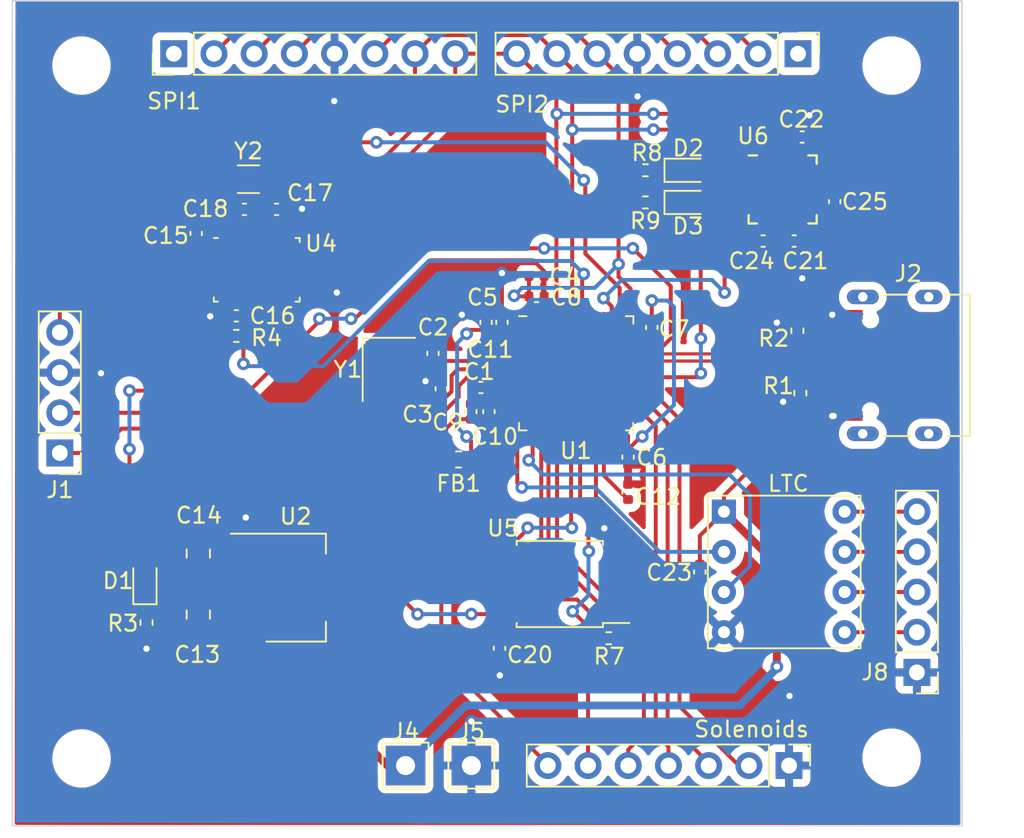
<source format=kicad_pcb>
(kicad_pcb (version 20221018) (generator pcbnew)
  (layers (0 "F.Cu" signal) (31 "B.Cu" signal) (34 "B.Paste" user) (35 "F.Paste" user) (36 "B.SilkS" user "B.Silkscreen") (37 "F.SilkS" user "F.Silkscreen") (38 "B.Mask" user) (39 "F.Mask" user) (44 "Edge.Cuts" user))
  (net 0 "")
  (net 1 "/NRST")
  (net 2 "GND")
  (net 3 "/OSC_IN")
  (net 4 "/OSC_OUT")
  (net 5 "+3.3V")
  (net 6 "+3.3VA")
  (net 7 "Net-(U1-VCAP1)")
  (net 8 "VBUS")
  (net 9 "/PWR_LED_K")
  (net 10 "/SWDIO")
  (net 11 "/SWCLK")
  (net 12 "/USB_D+")
  (net 13 "/USB_D-")
  (net 14 "Net-(U4-CAP)")
  (net 15 "Net-(U4-XOUT32)")
  (net 16 "Net-(U4-XIN32)")
  (net 17 "Net-(U6-REGOUT)")
  (net 18 "Net-(U6-CPOUT)")
  (net 19 "Net-(D2-K)")
  (net 20 "Net-(D3-K)")
  (net 21 "Net-(J2-CC1)")
  (net 22 "/SCLK")
  (net 23 "/CS_FLASH")
  (net 24 "/MISO")
  (net 25 "/LED_B")
  (net 26 "/LED_G")
  (net 27 "/S6")
  (net 28 "/S5")
  (net 29 "/S4")
  (net 30 "/S3")
  (net 31 "/S2")
  (net 34 "Net-(J2-CC2)")
  (net 35 "/CS1")
  (net 36 "/MOSI")
  (net 37 "/MOSI2")
  (net 38 "/MISO2")
  (net 39 "/S1")
  (net 40 "/BNO_NRST")
  (net 41 "/SDA")
  (net 42 "/SCL")
  (net 43 "/SCK")
  (net 44 "/CS2")
  (net 45 "Net-(J8-Pin_2)")
  (net 46 "Net-(J8-Pin_3)")
  (net 47 "Net-(J8-Pin_4)")
  (net 48 "Net-(J8-Pin_5)")
  (net 72 "Net-(U4-GNDIO-Pad15)")
  (net 73 "/RX")
  (net 74 "/TX")
  (net 81 "/CLKIN")
  (net 86 "/AUX_DA")
  (net 87 "/AUX_CL")
  (net 89 "/FSYNC")
  (net 90 "/INT")
  (footprint "TestPoint:TestPoint_THTPad_2.5x2.5mm_Drill1.2mm" (layer "F.Cu") (at 130.6 124)
    (fp_text reference "J5")
    (fp_text value "GND")
  )
  (footprint "Capacitor_SMD:C_0402_1005Metric" (layer "F.Cu") (at 128.7 100.18 90)
    (fp_text reference "C3")
    (fp_text value "10pF")
  )
  (footprint "Capacitor_SMD:C_0402_1005Metric" (layer "F.Cu") (at 149.0346 90.8442 180)
    (fp_text reference "C24")
    (fp_text value "0.1uF")
  )
  (footprint "Capacitor_SMD:C_0402_1005Metric" (layer "F.Cu") (at 115.7532 95.5687 180)
    (fp_text reference "C16")
    (fp_text value "100nF")
  )
  (footprint "LTC1690N8:LTC1690N8" (layer "F.Cu") (at 146.558 107.95)
    (fp_text reference "LTC")
    (fp_text value "LTC1690N8")
  )
  (footprint "TestPoint:TestPoint_THTPad_2.5x2.5mm_Drill1.2mm" (layer "F.Cu") (at 126.444 124)
    (fp_text reference "J4")
    (fp_text value "5V")
  )
  (footprint "LED_SMD:LED_0603_1608Metric" (layer "F.Cu") (at 144.2875 88.4)
    (fp_text reference "D3")
    (fp_text value "LED")
  )
  (footprint "Sensor_Motion:InvenSense_QFN-24_4x4mm_P0.5mm" (layer "F.Cu") (at 150.2664 87.5792)
    (fp_text reference "U6")
    (fp_text value "MPU-6050")
  )
  (footprint "Capacitor_SMD:C_0402_1005Metric" (layer "F.Cu") (at 113.2132 90.3617 -90)
    (fp_text reference "C15")
    (fp_text value "100nF")
  )
  (footprint "MountingHole:MountingHole_3.2mm_M3" (layer "F.Cu") (at 157.15 123.5)
    (fp_text reference "H4")
    (fp_text value "MountingHole")
  )
  (footprint "Capacitor_SMD:C_0402_1005Metric" (layer "F.Cu") (at 142 96.3 -90)
    (fp_text reference "C7")
    (fp_text value "100nF")
  )
  (footprint "USBC:HRO_TYPE-C-31-M-12" (layer "F.Cu") (at 159.5 98.7 90)
    (fp_text reference "J2")
    (fp_text value "TYPE-C-31-M-12")
    (fp_line (start -4.625 -3.62) (end -4.625 -4.72) (stroke (width 0.01)) (layer "Edge.Cuts"))
    (fp_line (start -4.625 0.4) (end -4.625 -0.4) (stroke (width 0.01)) (layer "Edge.Cuts"))
    (fp_line (start -4.025 -4.72) (end -4.025 -3.62) (stroke (width 0.01)) (layer "Edge.Cuts"))
    (fp_line (start -4.025 -0.4) (end -4.025 0.4) (stroke (width 0.01)) (layer "Edge.Cuts"))
    (fp_line (start 4.025 -3.62) (end 4.025 -4.72) (stroke (width 0.01)) (layer "Edge.Cuts"))
    (fp_line (start 4.025 0.4) (end 4.025 -0.4) (stroke (width 0.01)) (layer "Edge.Cuts"))
    (fp_line (start 4.625 -4.72) (end 4.625 -3.62) (stroke (width 0.01)) (layer "Edge.Cuts"))
    (fp_line (start 4.625 -0.4) (end 4.625 0.4) (stroke (width 0.01)) (layer "Edge.Cuts"))
    (fp_arc (start -4.625 -4.72) (mid -4.537132 -4.932132) (end -4.325 -5.02) (stroke (width 0.01)) (layer "Edge.Cuts"))
    (fp_arc (start -4.625 -0.4) (mid -4.537132 -0.612132) (end -4.325 -0.7) (stroke (width 0.01)) (layer "Edge.Cuts"))
    (fp_arc (start -4.325 -5.02) (mid -4.112868 -4.932132) (end -4.025 -4.72) (stroke (width 0.01)) (layer "Edge.Cuts"))
    (fp_arc (start -4.325 -3.32) (mid -4.537132 -3.407868) (end -4.625 -3.62) (stroke (width 0.01)) (layer "Edge.Cuts"))
    (fp_arc (start -4.325 -0.7) (mid -4.112868 -0.612132) (end -4.025 -0.4) (stroke (width 0.01)) (layer "Edge.Cuts"))
    (fp_arc (start -4.325 0.7) (mid -4.537132 0.612132) (end -4.625 0.4) (stroke (width 0.01)) (layer "Edge.Cuts"))
    (fp_arc (start -4.025 -3.62) (mid -4.112868 -3.407868) (end -4.325 -3.32) (stroke (width 0.01)) (layer "Edge.Cuts"))
    (fp_arc (start -4.025 0.4) (mid -4.112868 0.612132) (end -4.325 0.7) (stroke (width 0.01)) (layer "Edge.Cuts"))
    (fp_arc (start 4.025 -4.72) (mid 4.112868 -4.932132) (end 4.325 -5.02) (stroke (width 0.01)) (layer "Edge.Cuts"))
    (fp_arc (start 4.025 -0.4) (mid 4.112868 -0.612132) (end 4.325 -0.7) (stroke (width 0.01)) (layer "Edge.Cuts"))
    (fp_arc (start 4.325 -5.02) (mid 4.537132 -4.932132) (end 4.625 -4.72) (stroke (width 0.01)) (layer "Edge.Cuts"))
    (fp_arc (start 4.325 -3.32) (mid 4.112868 -3.407868) (end 4.025 -3.62) (stroke (width 0.01)) (layer "Edge.Cuts"))
    (fp_arc (start 4.325 -0.7) (mid 4.537132 -0.612132) (end 4.625 -0.4) (stroke (width 0.01)) (layer "Edge.Cuts"))
    (fp_arc (start 4.325 0.7) (mid 4.112868 0.612132) (end 4.025 0.4) (stroke (width 0.01)) (layer "Edge.Cuts"))
    (fp_arc (start 4.625 -3.62) (mid 4.537132 -3.407868) (end 4.325 -3.32) (stroke (width 0.01)) (layer "Edge.Cuts"))
    (fp_arc (start 4.625 0.4) (mid 4.537132 0.612132) (end 4.325 0.7) (stroke (width 0.01)) (layer "Edge.Cuts"))
  )
  (footprint "Crystal:Crystal_SMD_3225-4Pin_3.2x2.5mm" (layer "F.Cu") (at 125.3828 98.9588 -90)
    (fp_text reference "Y1")
    (fp_text value "16MHz")
  )
  (footprint "Capacitor_SMD:C_0402_1005Metric" (layer "F.Cu") (at 116.2612 88.8377)
    (fp_text reference "C18")
    (fp_text value "22pF")
  )
  (footprint "Connector_PinHeader_2.54mm:PinHeader_1x04_P2.54mm_Vertical" (layer "F.Cu") (at 104.6 104.24 180)
    (fp_text reference "J1")
    (fp_text value "SWD")
  )
  (footprint "Resistor_SMD:R_0402_1005Metric" (layer "F.Cu") (at 151.2 96.51 -90)
    (fp_text reference "R2")
    (fp_text value "5.11k")
  )
  (footprint "Capacitor_SMD:C_0402_1005Metric" (layer "F.Cu") (at 145.034 111.76 -90)
    (fp_text reference "C23")
    (fp_text value "100nF")
  )
  (footprint "Package_SO:SOIC-8_5.23x5.23mm_P1.27mm" (layer "F.Cu") (at 136.188 112.522 180)
    (fp_text reference "U5")
    (fp_text value "W25Q32JVSS")
  )
  (footprint "Capacitor_SMD:C_0402_1005Metric" (layer "F.Cu") (at 134.719 94.3412)
    (fp_text reference "C8")
    (fp_text value "100nF")
  )
  (footprint "Resistor_SMD:R_0402_1005Metric" (layer "F.Cu") (at 151.384 100.457 90)
    (fp_text reference "R1")
    (fp_text value "5.11k")
  )
  (footprint "Capacitor_SMD:C_0805_2012Metric" (layer "F.Cu") (at 113.35 114.45 90)
    (fp_text reference "C13")
    (fp_text value "22uF")
  )
  (footprint "Connector_PinHeader_2.54mm:PinHeader_1x05_P2.54mm_Vertical" (layer "F.Cu") (at 158.75 118.11 180)
    (fp_text reference "J8")
    (fp_text value "Conn_01x05_Male")
  )
  (footprint "Resistor_SMD:R_0402_1005Metric" (layer "F.Cu") (at 141.5975 88.4 180)
    (fp_text reference "R9")
    (fp_text value "1k")
  )
  (footprint "Capacitor_SMD:C_0402_1005Metric" (layer "F.Cu") (at 153.5558 88.355 -90)
    (fp_text reference "C25")
    (fp_text value "10nF")
  )
  (footprint "Resistor_SMD:R_0402_1005Metric" (layer "F.Cu") (at 115.7532 96.8387)
    (fp_text reference "R4")
    (fp_text value "10k")
  )
  (footprint "Connector_PinHeader_2.54mm:PinHeader_1x07_P2.54mm_Vertical" (layer "F.Cu") (at 150.6728 124 -90)
    (fp_text reference "Solenoids")
    (fp_text value "Solenoids")
  )
  (footprint "Capacitor_SMD:C_0402_1005Metric" (layer "F.Cu") (at 132.378 116.586 -90)
    (fp_text reference "C20")
    (fp_text value "100nF")
  )
  (footprint "Package_DFN_QFN:QFN-48-1EP_7x7mm_P0.5mm_EP5.6x5.6mm" (layer "F.Cu") (at 137.222 99.2012)
    (fp_text reference "U1")
    (fp_text value "STM32F401CCU6")
  )
  (footprint "Crystal:Crystal_SMD_3215-2Pin_3.2x1.5mm" (layer "F.Cu") (at 116.5152 86.9327 180)
    (fp_text reference "Y2")
    (fp_text value "32.768Mhz")
  )
  (footprint "Package_TO_SOT_SMD:SOT-223-3_TabPin2" (layer "F.Cu") (at 119.5 112.75)
    (fp_text reference "U2")
    (fp_text value "AMS1117-3.3")
  )
  (footprint "Capacitor_SMD:C_0805_2012Metric" (layer "F.Cu") (at 113.35 110.6 90)
    (fp_text reference "C14")
    (fp_text value "22uF")
  )
  (footprint "Capacitor_SMD:C_0402_1005Metric" (layer "F.Cu") (at 150.9904 90.8442)
    (fp_text reference "C21")
    (fp_text value "0.1uF")
  )
  (footprint "Capacitor_SMD:C_0402_1005Metric" (layer "F.Cu") (at 131.532 95.9792 90)
    (fp_text reference "C5")
    (fp_text value "100nF")
  )
  (footprint "Resistor_SMD:R_0402_1005Metric" (layer "F.Cu") (at 110.077 114.9598 -90)
    (fp_text reference "R3")
    (fp_text value "1k")
  )
  (footprint "Resistor_SMD:R_0402_1005Metric" (layer "F.Cu") (at 141.5975 86.368 180)
    (fp_text reference "R8")
    (fp_text value "1k")
  )
  (footprint "Capacitor_SMD:C_0402_1005Metric" (layer "F.Cu") (at 118.2932 88.8377)
    (fp_text reference "C17")
    (fp_text value "22pF")
  )
  (footprint "Capacitor_SMD:C_0402_1005Metric" (layer "F.Cu") (at 131.2 100.1 180)
    (fp_text reference "C1")
    (fp_text value "100nF")
  )
  (footprint "Capacitor_SMD:C_0402_1005Metric" (layer "F.Cu") (at 134.719 93.0582)
    (fp_text reference "C4")
    (fp_text value "10uF")
  )
  (footprint "Capacitor_SMD:C_0402_1005Metric" (layer "F.Cu") (at 140.5 104.5 -90)
    (fp_text reference "C6")
    (fp_text value "100nF")
  )
  (footprint "Capacitor_SMD:C_0402_1005Metric" (layer "F.Cu") (at 128.1768 97.9428 90)
    (fp_text reference "C2")
    (fp_text value "10pF")
  )
  (footprint "Capacitor_SMD:C_0402_1005Metric" (layer "F.Cu") (at 131.708 101.624 90)
    (fp_text reference "C10" hide)
    (fp_text value "1uF")
  )
  (footprint "MountingHole:MountingHole_3.2mm_M3" (layer "F.Cu") (at 105.97 79.75)
    (fp_text reference "H1")
    (fp_text value "MountingHole")
  )
  (footprint "LED_SMD:LED_0603_1608Metric" (layer "F.Cu") (at 109.9754 112.3182 90)
    (fp_text reference "D1")
    (fp_text value "LED")
  )
  (footprint "Capacitor_SMD:C_0402_1005Metric" (layer "F.Cu") (at 151.4984 84.2656)
    (fp_text reference "C22")
    (fp_text value "2.2nF")
  )
  (footprint "Package_LGA:LGA-28_5.2x3.8mm_P0.5mm" (layer "F.Cu") (at 117.0432 92.6592)
    (fp_text reference "U4")
    (fp_text value "BNO055")
  )
  (footprint "Capacitor_SMD:C_0402_1005Metric" (layer "F.Cu") (at 140.5 106.7 90)
    (fp_text reference "C12")
    (fp_text value "2.2uF")
  )
  (footprint "Connector_PinHeader_2.54mm:PinHeader_1x08_P2.54mm_Vertical" (layer "F.Cu") (at 151.2384 79 -90)
    (fp_text reference "SPI2")
    (fp_text value "SPI")
  )
  (footprint "MountingHole:MountingHole_3.2mm_M3" (layer "F.Cu") (at 157.15 79.75)
    (fp_text reference "H2")
    (fp_text value "MountingHole")
  )
  (footprint "LED_SMD:LED_0603_1608Metric" (layer "F.Cu") (at 144.2875 86.368)
    (fp_text reference "D2")
    (fp_text value "LED")
  )
  (footprint "Connector_PinHeader_2.54mm:PinHeader_1x08_P2.54mm_Vertical" (layer "F.Cu") (at 111.8 79 90)
    (fp_text reference "SPI1")
    (fp_text value "SPI")
  )
  (footprint "Capacitor_SMD:C_0402_1005Metric" (layer "F.Cu") (at 130.565 101.624 90)
    (fp_text reference "C9")
    (fp_text value "10nF")
  )
  (footprint "MountingHole:MountingHole_3.2mm_M3" (layer "F.Cu") (at 105.975 123.55)
    (fp_text reference "H3")
    (fp_text value "MountingHole")
  )
  (footprint "Resistor_SMD:R_0402_1005Metric" (layer "F.Cu") (at 139.28 115.951)
    (fp_text reference "R7")
    (fp_text value "10k")
  )
  (footprint "Capacitor_SMD:C_0402_1005Metric" (layer "F.Cu") (at 132.532 95.9792 90)
    (fp_text reference "C11")
    (fp_text value "1uF")
  )
  (footprint "Inductor_SMD:L_0603_1608Metric" (layer "F.Cu") (at 129.794 104.648)
    (fp_text reference "FB1")
    (fp_text value "120R")
  )
  (gr_rect (start 101.6 75.658) (end 161.6 127.8) (stroke (width 0.1)) (fill none) (layer "Edge.Cuts"))
  (gr_text "C10" (at 132.1 103.2) (layer "F.SilkS") (effects (font (size 1 1))))
  (segment (start 129.8 100.7) (end 129.8 100) (width 0.25) (layer "F.Cu") (net 1))
  (segment (start 106.96 104.24) (end 108.5 102.7) (width 0.25) (layer "F.Cu") (net 1))
  (segment (start 104.6 104.24) (end 106.96 104.24) (width 0.25) (layer "F.Cu") (net 1))
  (segment (start 130.3488 99.4512) (end 133.7845 99.4512) (width 0.25) (layer "F.Cu") (net 1))
  (segment (start 127.8 102.7) (end 129.8 100.7) (width 0.25) (layer "F.Cu") (net 1))
  (segment (start 132.3288 99.4512) (end 133.7845 99.4512) (width 0.25) (layer "F.Cu") (net 1))
  (segment (start 108.5 102.7) (end 127.8 102.7) (width 0.25) (layer "F.Cu") (net 1))
  (segment (start 129.8 100) (end 130.3488 99.4512) (width 0.25) (layer "F.Cu") (net 1))
  (segment (start 131.68 100.1) (end 132.3288 99.4512) (width 0.25) (layer "F.Cu") (net 1))
  (segment (start 121.9384 81.99) (end 121.8384 81.99) (width 0.25) (layer "F.Cu") (net 2))
  (segment (start 135.199 93.0582) (end 135.199 92.748201) (width 0.25) (layer "F.Cu") (net 2))
  (segment (start 151.2 96) (end 149.9 96) (width 0.25) (layer "F.Cu") (net 2))
  (segment (start 132.45 118.25) (end 132.5 118.25) (width 0.25) (layer "F.Cu") (net 2))
  (segment (start 113.2132 90.8417) (end 113.2132 91.2132) (width 0.25) (layer "F.Cu") (net 2))
  (segment (start 140.5 104.98) (end 140.145 104.625) (width 0.25) (layer "F.Cu") (net 2))
  (segment (start 107.36 99.16) (end 107.4 99.2) (width 0.25) (layer "F.Cu") (net 2))
  (segment (start 140.5 106.22) (end 140.5 104.98) (width 0.25) (layer "F.Cu") (net 2))
  (segment (start 145.034 112.24) (end 145.034 114.046) (width 0.25) (layer "F.Cu") (net 2))
  (segment (start 152.2476 118.11) (end 150.7576 119.6) (width 0.25) (layer "F.Cu") (net 2))
  (segment (start 135.199 94.3412) (end 135.199 93.0582) (width 0.25) (layer "F.Cu") (net 2))
  (segment (start 116.35 108.318) (end 116.35 110.45) (width 0.25) (layer "F.Cu") (net 2))
  (segment (start 137.222 99.2012) (end 137.92226 99.2012) (width 0.25) (layer "F.Cu") (net 2))
  (segment (start 121.96 81.9684) (end 121.9384 81.99) (width 0.25) (layer "F.Cu") (net 2))
  (segment (start 137.92226 99.2012) (end 140.17226 96.9512) (width 0.25) (layer "F.Cu") (net 2))
  (segment (start 122.1 97.626) (end 122.1 94.1) (width 0.25) (layer "F.Cu") (net 2))
  (segment (start 132.532 92.868) (end 132.532 95.4992) (width 0.25) (layer "F.Cu") (net 2))
  (segment (start 150.7576 119.6) (end 150.7 119.6) (width 0.25) (layer "F.Cu") (net 2))
  (segment (start 151.5 93.2) (end 151.4704 93) (width 0.25) (layer "F.Cu") (net 2))
  (segment (start 148.5546 94.6546) (end 149.9 96) (width 0.25) (layer "F.Cu") (net 2))
  (segment (start 126.2328 97.8588) (end 126.2328 97.7672) (width 0.25) (layer "F.Cu") (net 2))
  (segment (start 119.8623 88.8377) (end 119.9 88.8) (width 0.25) (layer "F.Cu") (net 2))
  (segment (start 104.6 99.16) (end 107.16 99.16) (width 0.25) (layer "F.Cu") (net 2))
  (segment (start 137.222 99.2012) (end 137.222 99.90146) (width 0.25) (layer "F.Cu") (net 2))
  (segment (start 121.9384 81.89) (end 121.9384 81.99) (width 0.25) (layer "F.Cu") (net 2))
  (segment (start 118.8 85.55) (end 118.8 88.8109) (width 0.25) (layer "F.Cu") (net 2))
  (segment (start 151.384 100.967) (end 150.533 100.967) (width 0.25) (layer "F.Cu") (net 2))
  (segment (start 118.45 85.2) (end 118.8 85.55) (width 0.25) (layer "F.Cu") (net 2))
  (segment (start 135.199 95.04946) (end 134.972 95.27646) (width 0.25) (layer "F.Cu") (net 2))
  (segment (start 151.9556 82.894) (end 151.9784 82.8712) (width 0.25) (layer "F.Cu") (net 2))
  (segment (start 141.0875 81.7125) (end 141.0875 86.368) (width 0.25) (layer "F.Cu") (net 2))
  (segment (start 130.6 121.204164) (end 130.6 124) (width 0.5) (layer "F.Cu") (net 2))
  (segment (start 141.8288 96.9512) (end 140.6595 96.9512) (width 0.25) (layer "F.Cu") (net 2))
  (segment (start 133.15 92.25) (end 132.532 92.868) (width 0.25) (layer "F.Cu") (net 2))
  (segment (start 151.9784 82.8712) (end 151.9784 82.866) (width 0.25) (layer "F.Cu") (net 2))
  (segment (start 135.199 94.3412) (end 135.199 95.04946) (width 0.25) (layer "F.Cu") (net 2))
  (segment (start 124.5328 100.0588) (end 122.1 97.626) (width 0.25) (layer "F.Cu") (net 2))
  (segment (start 145.034 114.046) (end 146.558 115.57) (width 0.25) (layer "F.Cu") (net 2))
  (segment (start 130.565 101.144) (end 131.708 101.144) (width 0.25) (layer "F.Cu") (net 2))
  (segment (start 150.7 119.6) (end 150.6728 119.6272) (width 0.25) (layer "F.Cu") (net 2))
  (segment (start 136.472 99.9512) (end 133.7845 99.9512) (width 0.25) (layer "F.Cu") (net 2))
  (segment (start 137.222 99.90146) (end 139.472 102.15146) (width 0.25) (layer "F.Cu") (net 2))
  (segment (start 132.4 118.3) (end 132.45 118.25) (width 0.25) (layer "F.Cu") (net 2))
  (segment (start 150.6728 119.6848) (end 146.558 115.57) (width 0.25) (layer "F.Cu") (net 2))
  (segment (start 116.7412 88.8377) (end 116.7412 85.9067) (width 0.25) (layer "F.Cu") (net 2))
  (segment (start 154.75 101.9) (end 153.4 101.9) (width 0.25) (layer "F.Cu") (net 2))
  (segment (start 154.75 95.5) (end 153.4 95.5) (width 0.25) (layer "F.Cu") (net 2))
  (segment (start 148.5546 90.8442) (end 148.5546 94.6546) (width 0.25) (layer "F.Cu") (net 2))
  (segment (start 150.7 119.6) (end 150.7 119.6576) (width 0.25) (layer "F.Cu") (net 2))
  (segment (start 151.9784 84.2656) (end 152.2164 84.5036) (width 0.25) (layer "F.Cu") (net 2))
  (segment (start 134.972 95.27646) (end 134.972 95.7637) (width 0.25) (layer "F.Cu") (net 2))
  (segment (start 115.2732 95.5687) (end 114.1313 95.5687) (width 0.25) (layer "F.Cu") (net 2))
  (segment (start 111.3802 115.4698) (end 113.35 113.5) (width 0.25) (layer "F.Cu") (net 2))
  (segment (start 132.4 118.15) (end 132.378 118.128) (width 0.25) (layer "F.Cu") (net 2))
  (segment (start 126.2328 97.7672) (end 126.5372 97.4628) (width 0.25) (layer "F.Cu") (net 2))
  (segment (start 118.8 88.8109) (end 118.7732 88.8377) (width 0.25) (layer "F.Cu") (net 2))
  (segment (start 134.700799 92.25) (end 133.15 92.25) (width 0.25) (layer "F.Cu") (net 2))
  (segment (start 107.16 99.16) (end 107.2 99.2) (width 0.25) (layer "F.Cu") (net 2))
  (segment (start 153.5558 87.175836) (end 152.709164 86.3292) (width 0.25) (layer "F.Cu") (net 2))
  (segment (start 141.1 81.7) (end 141.0875 81.7125) (width 0.25) (layer "F.Cu") (net 2))
  (segment (start 128.7 99.7) (end 127.7 99.7) (width 0.25) (layer "F.Cu") (net 2))
  (segment (start 130.1404 95.4992) (end 131.532 95.4992) (width 0.25) (layer "F.Cu") (net 2))
  (segment (start 132.8488 99.9512) (end 133.7845 99.9512) (width 0.25) (layer "F.Cu") (net 2))
  (segment (start 135.199 92.748201) (end 134.700799 92.25) (width 0.25) (layer "F.Cu") (net 2))
  (segment (start 137.222 99.2012) (end 134.972 96.9512) (width 0.25) (layer "F.Cu") (net 2))
  (segment (start 114.1313 95.5687) (end 114.1 95.6) (width 0.25) (layer "F.Cu") (net 2))
  (segment (start 139.788 110.617) (end 139 109.829) (width 0.25) (layer "F.Cu") (net 2))
  (segment (start 132.378 118.128) (end 132.378 117.066) (width 0.25) (layer "F.Cu") (net 2))
  (segment (start 151.9784 82.9168) (end 151.9556 82.894) (width 0.25) (layer "F.Cu") (net 2))
  (segment (start 110.077 115.4698) (end 111.3802 115.4698) (width 0.25) (layer "F.Cu") (net 2))
  (segment (start 130.1396 95.5) (end 130.1404 95.4992) (width 0.25) (layer "F.Cu") (net 2))
  (segment (start 113.9092 91.9092) (end 114.6557 91.9092) (width 0.25) (layer "F.Cu") (net 2))
  (segment (start 139 109) (end 139 109.25) (width 0.25) (layer "F.Cu") (net 2))
  (segment (start 107.2 99.2) (end 107.24 99.16) (width 0.25) (layer "F.Cu") (net 2))
  (segment (start 114.0626 95.6) (end 114.1 95.6) (width 0.25) (layer "F.Cu") (net 2))
  (segment (start 139 109.829) (end 139 109) (width 0.25) (layer "F.Cu") (net 2))
  (segment (start 113.35 109.65) (end 115.55 109.65) (width 0.25) (layer "F.Cu") (net 2))
  (segment (start 140.17226 96.9512) (end 140.6595 96.9512) (width 0.25) (layer "F.Cu") (net 2))
  (segment (start 153.4 101.9) (end 153.5 101.9) (width 0.25) (layer "F.Cu") (net 2))
  (segment (start 121.96 79) (end 121.96 81.9684) (width 0.25) (layer "F.Cu") (net 2))
  (segment (start 117.4479 85.2) (end 118.45 85.2) (width 0.25) (layer "F.Cu") (net 2))
  (segment (start 122.1 94.1) (end 122.1 93.8) (width 0.25) (layer "F.Cu") (net 2))
  (segment (start 114.0313 95.5687) (end 114.0626 95.6) (width 0.25) (layer "F.Cu") (net 2))
  (segment (start 118.7732 88.8377) (end 119.8623 88.8377) (width 0.25) (layer "F.Cu") (net 2))
  (segment (start 153.865799 87.875) (end 153.5558 87.875) (width 0.25) (layer "F.Cu") (net 2))
  (segment (start 126.5372 97.4628) (end 128.1768 97.4628) (width 0.25) (layer "F.Cu") (net 2))
  (segment (start 132.532 95.4992) (end 131.532 95.4992) (width 0.25) (layer "F.Cu") (net 2))
  (segment (start 134.972 96.9512) (end 134.972 95.7637) (width 0.25) (layer "F.Cu") (net 2))
  (segment (start 110.077 115.4698) (end 110.077 116.6108) (width 0.25) (layer "F.Cu") (net 2))
  (segment (start 151.4704 90.8442) (end 151.5 93.2) (width 0.25) (layer "F.Cu") (net 2))
  (segment (start 132.378 117.066) (end 132.316 117.066) (width 0.25) (layer "F.Cu") (net 2))
  (segment (start 151.9784 84.2656) (end 151.9784 82.9168) (width 0.25) (layer "F.Cu") (net 2))
  (segment (start 119.4307 92.9092) (end 119.4307 92.4092) (width 0.25) (layer "F.Cu") (net 2))
  (segment (start 113.2132 91.2132) (end 113.9092 91.9092) (width 0.25) (layer "F.Cu") (net 2))
  (segment (start 132.4 118.3) (end 132.4 118.15) (width 0.25) (layer "F.Cu") (net 2))
  (segment (start 121.8384 81.99) (end 121.9384 81.89) (width 0.25) (layer "F.Cu") (net 2))
  (segment (start 150.6728 119.6272) (end 150.6728 124) (width 0.25) (layer "F.Cu") (net 2))
  (segment (start 150.533 100.967) (end 150.3 101) (width 0.25) (layer "F.Cu") (net 2))
  (segment (start 137.222 99.2012) (end 136.472 99.9512) (width 0.25) (layer "F.Cu") (net 2))
  (segment (start 140.13351 104.625) (end 139.472 103.96349) (width 0.25) (layer "F.Cu") (net 2))
  (segment (start 150.7 119.6576) (end 150.6728 119.6848) (width 0.25) (layer "F.Cu") (net 2))
  (segment (start 116.7412 85.9067) (end 117.4479 85.2) (width 0.25) (layer "F.Cu") (net 2))
  (segment (start 153.5558 87.875) (end 153.5558 87.175836) (width 0.25) (layer "F.Cu") (net 2))
  (segment (start 139.472 102.15146) (end 139.472 102.6387) (width 0.25) (layer "F.Cu") (net 2))
  (segment (start 107.24 99.16) (end 107.36 99.16) (width 0.25) (layer "F.Cu") (net 2))
  (segment (start 130 95.5) (end 130.1396 95.5) (width 0.25) (layer "F.Cu") (net 2))
  (segment (start 141.1 81.7) (end 141.0784 81.6784) (width 0.25) (layer "F.Cu") (net 2))
  (segment (start 150.3 101) (end 150.5 101) (width 0.25) (layer "F.Cu") (net 2))
  (segment (start 122.1 93.8) (end 120.7092 92.4092) (width 0.25) (layer "F.Cu") (net 2))
  (segment (start 130.72 100.1) (end 130.72 100.989) (width 0.25) (layer "F.Cu") (net 2))
  (segment (start 130 95.6396) (end 130 95.5) (width 0.25) (layer "F.Cu") (net 2))
  (segment (start 131.708 101.092) (end 132.8488 99.9512) (width 0.25) (layer "F.Cu") (net 2))
  (segment (start 152.2164 84.5036) (end 152.2164 86.3292) (width 0.25) (layer "F.Cu") (net 2))
  (segment (start 120.7092 92.4092) (end 119.4307 92.4092) (width 0.25) (layer "F.Cu") (net 2))
  (segment (start 158.75 118.11) (end 152.2476 118.11) (width 0.25) (layer "F.Cu") (net 2))
  (segment (start 152.709164 86.3292) (end 152.2164 86.3292) (width 0.25) (layer "F.Cu") (net 2))
  (segment (start 139.472 103.96349) (end 139.472 102.6387) (width 0.25) (layer "F.Cu") (net 2))
  (segment (start 141.0875 88.4) (end 141.0875 86.368) (width 0.25) (layer "F.Cu") (net 2))
  (segment (start 140.145 104.625) (end 140.13351 104.625) (width 0.25) (layer "F.Cu") (net 2))
  (segment (start 142 96.78) (end 141.8288 96.9512) (width 0.25) (layer "F.Cu") (net 2))
  (segment (start 115.55 109.65) (end 116.35 110.45) (width 0.25) (layer "F.Cu") (net 2))
  (segment (start 141.0784 81.6784) (end 141.0784 79) (width 0.25) (layer "F.Cu") (net 2))
  (segment (start 128.1768 97.4628) (end 130 95.6396) (width 0.25) (layer "F.Cu") (net 2))
  (segment (start 131.708 101.144) (end 131.708 101.092) (width 0.25) (layer "F.Cu") (net 2))
  (via (at 132.532 92.868) (size 0.8) (drill 0.4) (layers "F.Cu" "B.Cu") (net 2))
  (via (at 141.1 81.7) (size 0.8) (drill 0.4) (layers "F.Cu" "B.Cu") (net 2))
  (via (at 130.6 121.204164) (size 0.8) (drill 0.4) (layers "F.Cu" "B.Cu") (net 2))
  (via (at 119.9 88.8) (size 0.8) (drill 0.4) (layers "F.Cu" "B.Cu") (net 2))
  (via (at 107.2 99.2) (size 0.8) (drill 0.4) (layers "F.Cu" "B.Cu") (net 2))
  (via (at 122.1 94.1) (size 0.8) (drill 0.4) (layers "F.Cu" "B.Cu") (net 2))
  (via (at 130 95.5) (size 0.8) (drill 0.4) (layers "F.Cu" "B.Cu") (net 2))
  (via (at 149.9 96) (size 0.8) (drill 0.4) (layers "F.Cu" "B.Cu") (net 2))
  (via (at 121.9384 81.99) (size 0.8) (drill 0.4) (layers "F.Cu" "B.Cu") (net 2))
  (via (at 150.3 101) (size 0.8) (drill 0.4) (layers "F.Cu" "B.Cu") (net 2))
  (via (at 110.077 116.6108) (size 0.8) (drill 0.4) (layers "F.Cu" "B.Cu") (net 2))
  (via (at 151.9556 82.894) (size 0.8) (drill 0.4) (layers "F.Cu" "B.Cu") (net 2))
  (via (at 153.4 95.5) (size 0.8) (drill 0.4) (layers "F.Cu" "B.Cu") (net 2))
  (via (at 153.4 101.9) (size 0.8) (drill 0.4) (layers "F.Cu" "B.Cu") (net 2))
  (via (at 127.7 99.7) (size 0.8) (drill 0.4) (layers "F.Cu" "B.Cu") (net 2))
  (via (at 139 109) (size 0.8) (drill 0.4) (layers "F.Cu" "B.Cu") (net 2))
  (via (at 114.1 95.6) (size 0.8) (drill 0.4) (layers "F.Cu" "B.Cu") (net 2))
  (via (at 150.7 119.6) (size 0.8) (drill 0.4) (layers "F.Cu" "B.Cu") (net 2))
  (via (at 132.4 118.3) (size 0.8) (drill 0.4) (layers "F.Cu" "B.Cu") (net 2))
  (via (at 151.5 93.2) (size 0.8) (drill 0.4) (layers "F.Cu" "B.Cu") (net 2))
  (via (at 116.35 108.318) (size 0.8) (drill 0.4) (layers "F.Cu" "B.Cu") (net 2))
  (segment (start 124.5328 97.8588) (end 124.5328 98.1088) (width 0.25) (layer "F.Cu") (net 3))
  (segment (start 124.5328 98.1088) (end 125.3828 98.9588) (width 0.25) (layer "F.Cu") (net 3))
  (segment (start 125.3828 98.9588) (end 127.6408 98.9588) (width 0.25) (layer "F.Cu") (net 3))
  (segment (start 133.7561 98.4228) (end 133.7845 98.4512) (width 0.25) (layer "F.Cu") (net 3))
  (segment (start 128.1768 98.4228) (end 133.7561 98.4228) (width 0.25) (layer "F.Cu") (net 3))
  (segment (start 127.6408 98.9588) (end 128.1768 98.4228) (width 0.25) (layer "F.Cu") (net 3))
  (segment (start 129.74229 98.9512) (end 133.7845 98.9512) (width 0.25) (layer "F.Cu") (net 4))
  (segment (start 128.7 100.66) (end 129.04 100.66) (width 0.25) (layer "F.Cu") (net 4))
  (segment (start 128.7 100.66) (end 126.834 100.66) (width 0.25) (layer "F.Cu") (net 4))
  (segment (start 129.35 99.34349) (end 129.74229 98.9512) (width 0.25) (layer "F.Cu") (net 4))
  (segment (start 129.35 100.35) (end 129.35 99.34349) (width 0.25) (layer "F.Cu") (net 4))
  (segment (start 129.04 100.66) (end 129.35 100.35) (width 0.25) (layer "F.Cu") (net 4))
  (segment (start 126.834 100.66) (end 126.2328 100.0588) (width 0.25) (layer "F.Cu") (net 4))
  (segment (start 139.968 102.6427) (end 139.972 102.6387) (width 0.25) (layer "F.Cu") (net 5))
  (segment (start 133.387999 114.427) (end 132.588 114.427) (width 0.25) (layer "F.Cu") (net 5))
  (segment (start 134.314999 113.5) (end 133.387999 114.427) (width 0.25) (layer "F.Cu") (net 5))
  (segment (start 130.3 103.2) (end 130.5815 103.4815) (width 0.25) (layer "F.Cu") (net 5))
  (segment (start 113 94.0039) (end 113 96.2) (width 0.25) (layer "F.Cu") (net 5))
  (segment (start 136.9134 77.375) (end 126.125 77.375) (width 0.25) (layer "F.Cu") (net 5))
  (segment (start 140.6595 96.1) (end 140.9395 95.82) (width 0.25) (layer "F.Cu") (net 5))
  (segment (start 139.9 92.3) (end 139.9 93.1) (width 0.25) (layer "F.Cu") (net 5))
  (segment (start 138.5384 79) (end 139.9 80.3616) (width 0.25) (layer "F.Cu") (net 5))
  (segment (start 127.2 114.427) (end 127.127 114.427) (width 0.25) (layer "F.Cu") (net 5))
  (segment (start 109 109) (end 109.9754 109.9754) (width 0.25) (layer "F.Cu") (net 5))
  (segment (start 115.2932 90.9967) (end 115.3182 91.0217) (width 0.25) (layer "F.Cu") (net 5))
  (segment (start 134.239 94.3412) (end 134.239 95.5307) (width 0.25) (layer "F.Cu") (net 5))
  (segment (start 131.532 96.4592) (end 132.532 96.4592) (width 0.25) (layer "F.Cu") (net 5))
  (segment (start 122.65 112.75) (end 116.35 112.75) (width 0.25) (layer "F.Cu") (net 5))
  (segment (start 113.2132 89.8817) (end 114.7927 89.8817) (width 0.25) (layer "F.Cu") (net 5))
  (segment (start 114.55 112.75) (end 113.35 111.55) (width 0.25) (layer "F.Cu") (net 5))
  (segment (start 133.7845 96.4512) (end 134.472 95.7637) (width 0.25) (layer "F.Cu") (net 5))
  (segment (start 140.9395 95.82) (end 142 95.82) (width 0.25) (layer "F.Cu") (net 5))
  (segment (start 109 104) (end 109 109) (width 0.25) (layer "F.Cu") (net 5))
  (segment (start 133.7765 96.4592) (end 133.7845 96.4512) (width 0.25) (layer "F.Cu") (net 5))
  (segment (start 133.3412 94.3412) (end 134.239 94.3412) (width 0.25) (layer "F.Cu") (net 5))
  (segment (start 130.5408 96.4592) (end 130.3 96.7) (width 0.25) (layer "F.Cu") (net 5))
  (segment (start 115.3182 91.0217) (end 115.3182 92.3612) (width 0.25) (layer "F.Cu") (net 5))
  (segment (start 115.3182 92.3612) (end 115.2702 92.4092) (width 0.25) (layer "F.Cu") (net 5))
  (segment (start 130.6 114.427) (end 132.588 114.427) (width 0.25) (layer "F.Cu") (net 5))
  (segment (start 138.5384 79) (end 136.9134 77.375) (width 0.25) (layer "F.Cu") (net 5))
  (segment (start 126.125 77.375) (end 124.5 79) (width 0.25) (layer "F.Cu") (net 5))
  (segment (start 110.1774 100.3) (end 109 100.3) (width 0.25) (layer "F.Cu") (net 5))
  (segment (start 116.35 112.75) (end 114.55 112.75) (width 0.25) (layer "F.Cu") (net 5))
  (segment (start 113 96.2) (end 113.6387 96.8387) (width 0.25) (layer "F.Cu") (net 5))
  (segment (start 115.2932 90.3822) (end 115.2932 90.9967) (width 0.25) (layer "F.Cu") (net 5))
  (segment (start 139.9 93.1) (end 140.6595 93.8595) (width 0.25) (layer "F.Cu") (net 5))
  (segment (start 125.523 112.75) (end 127.2 114.427) (width 0.25) (layer "F.Cu") (net 5))
  (segment (start 140.5 103.1667) (end 139.972 102.6387) (width 0.25) (layer "F.Cu") (net 5))
  (segment (start 139.9 80.3616) (end 139.9 92.3) (width 0.25) (layer "F.Cu") (net 5))
  (segment (start 142 95.82) (end 142 94.6) (width 0.25) (layer "F.Cu") (net 5))
  (segment (start 114.0947 92.9092) (end 113 94.0039) (width 0.25) (layer "F.Cu") (net 5))
  (segment (start 109.9754 111.5307) (end 113.3307 111.5307) (width 0.25) (layer "F.Cu") (net 5))
  (segment (start 115.2702 92.4092) (end 114.6557 92.4092) (width 0.25) (layer "F.Cu") (net 5))
  (segment (start 138.77 115.951) (end 138.77 114.994695) (width 0.25) (layer "F.Cu") (net 5))
  (segment (start 131.532 96.4592) (end 130.5408 96.4592) (width 0.25) (layer "F.Cu") (net 5))
  (segment (start 114.7927 89.8817) (end 115.2932 90.3822) (width 0.25) (layer "F.Cu") (net 5))
  (segment (start 113.3307 111.5307) (end 113.35 111.55) (width 0.25) (layer "F.Cu") (net 5))
  (segment (start 140.5 104.02) (end 140.5 103.1667) (width 0.25) (layer "F.Cu") (net 5))
  (segment (start 130.5815 103.4815) (end 130.5815 104.648) (width 0.25) (layer "F.Cu") (net 5))
  (segment (start 141.32 103.2) (end 140.5 104.02) (width 0.25) (layer "F.Cu") (net 5))
  (segment (start 122.65 112.5795) (end 122.65 112.75) (width 0.25) (layer "F.Cu") (net 5))
  (segment (start 134.239 93.0582) (end 134.239 94.3412) (width 0.25) (layer "F.Cu") (net 5))
  (segment (start 133.3 94.3) (end 133.3412 94.3412) (width 0.25) (layer "F.Cu") (net 5))
  (segment (start 140.6595 93.8595) (end 140.6595 96.4512) (width 0.25) (layer "F.Cu") (net 5))
  (segment (start 137.275305 113.5) (end 134.314999 113.5) (width 0.25) (layer "F.Cu") (net 5))
  (segment (start 132.45 115.951) (end 132.45 114.311) (width 0.25) (layer "F.Cu") (net 5))
  (segment (start 132.532 96.4592) (end 133.7765 96.4592) (width 0.25) (layer "F.Cu") (net 5))
  (segment (start 114.6557 92.4092) (end 114.6557 92.9092) (width 0.25) (layer "F.Cu") (net 5))
  (segment (start 141.4 103.2) (end 141.32 103.2) (width 0.25) (layer "F.Cu") (net 5))
  (segment (start 114.6557 92.9092) (end 114.0947 92.9092) (width 0.25) (layer "F.Cu") (net 5))
  (segment (start 138.77 114.994695) (end 137.275305 113.5) (width 0.25) (layer "F.Cu") (net 5))
  (segment (start 113.6387 96.8387) (end 115.2432 96.8387) (width 0.25) (layer "F.Cu") (net 5))
  (segment (start 130.5815 104.648) (end 122.65 112.5795) (width 0.25) (layer "F.Cu") (net 5))
  (segment (start 122.65 112.75) (end 125.523 112.75) (width 0.25) (layer "F.Cu") (net 5))
  (segment (start 113.6387 96.8387) (end 110.1774 100.3) (width 0.25) (layer "F.Cu") (net 5))
  (segment (start 109.9754 109.9754) (end 109.9754 111.5307) (width 0.25) (layer "F.Cu") (net 5))
  (segment (start 134.239 95.5307) (end 134.472 95.7637) (width 0.25) (layer "F.Cu") (net 5))
  (via (at 133.3 94.3) (size 0.8) (drill 0.4) (layers "F.Cu" "B.Cu") (net 5))
  (via (at 141.4 103.2) (size 0.8) (drill 0.4) (layers "F.Cu" "B.Cu") (net 5))
  (via (at 109 100.3) (size 0.8) (drill 0.4) (layers "F.Cu" "B.Cu") (net 5))
  (via (at 109 104) (size 0.8) (drill 0.4) (layers "F.Cu" "B.Cu") (net 5))
  (via (at 130.3 103.2) (size 0.8) (drill 0.4) (layers "F.Cu" "B.Cu") (net 5))
  (via (at 127.2 114.427) (size 0.8) (drill 0.4) (layers "F.Cu" "B.Cu") (net 5))
  (via (at 130.6 114.427) (size 0.8) (drill 0.4) (layers "F.Cu" "B.Cu") (net 5))
  (via (at 142 94.6) (size 0.8) (drill 0.4) (layers "F.Cu" "B.Cu") (net 5))
  (via (at 139.9 92.3) (size 0.8) (drill 0.4) (layers "F.Cu" "B.Cu") (net 5))
  (via (at 130.3 96.7) (size 0.8) (drill 0.4) (layers "F.Cu" "B.Cu") (net 5))
  (segment (start 133.8 93.8) (end 138.4 93.8) (width 0.25) (layer "B.Cu") (net 5))
  (segment (start 129.7 97.3) (end 130.3 96.7) (width 0.25) (layer "B.Cu") (net 5))
  (segment (start 141.4 103.2) (end 143.4 101.2) (width 0.25) (layer "B.Cu") (net 5))
  (segment (start 109 100.3) (end 109 104) (width 0.25) (layer "B.Cu") (net 5))
  (segment (start 133.3 94.3) (end 133.8 93.8) (width 0.25) (layer "B.Cu") (net 5))
  (segment (start 138.4 93.8) (end 139.9 92.3) (width 0.25) (layer "B.Cu") (net 5))
  (segment (start 129.7 102.6) (end 129.7 97.3) (width 0.25) (layer "B.Cu") (net 5))
  (segment (start 130.6 114.427) (end 127.2 114.427) (width 0.25) (layer "B.Cu") (net 5))
  (segment (start 143.4 95) (end 143 94.6) (width 0.25) (layer "B.Cu") (net 5))
  (segment (start 130.3 103.2) (end 129.7 102.6) (width 0.25) (layer "B.Cu") (net 5))
  (segment (start 143 94.6) (end 142 94.6) (width 0.25) (layer "B.Cu") (net 5))
  (segment (start 143.4 101.2) (end 143.4 95) (width 0.25) (layer "B.Cu") (net 5))
  (segment (start 129.0065 104.648) (end 129.0065 102.6935) (width 0.25) (layer "F.Cu") (net 6))
  (segment (start 129.596 102.104) (end 130.565 102.104) (width 0.25) (layer "F.Cu") (net 6))
  (segment (start 133.29726 100.4512) (end 133.7845 100.4512) (width 0.25) (layer "F.Cu") (net 6))
  (segment (start 132.4 101.721999) (end 132.4 101.34846) (width 0.25) (layer "F.Cu") (net 6))
  (segment (start 131.708 102.104) (end 132.017999 102.104) (width 0.25) (layer "F.Cu") (net 6))
  (segment (start 132.017999 102.104) (end 132.4 101.721999) (width 0.25) (layer "F.Cu") (net 6))
  (segment (start 132.4 101.34846) (end 133.29726 100.4512) (width 0.25) (layer "F.Cu") (net 6))
  (segment (start 129.0065 102.6935) (end 129.596 102.104) (width 0.25) (layer "F.Cu") (net 6))
  (segment (start 130.565 102.104) (end 131.708 102.104) (width 0.25) (layer "F.Cu") (net 6))
  (segment (start 131.708 102.092) (end 131.73149 102.092) (width 0.25) (layer "F.Cu") (net 6))
  (segment (start 131.708 102.104) (end 131.708 102.092) (width 0.25) (layer "F.Cu") (net 6))
  (segment (start 140.13351 106.825) (end 138.972 105.66349) (width 0.25) (layer "F.Cu") (net 7))
  (segment (start 140.5 107.18) (end 140.145 106.825) (width 0.25) (layer "F.Cu") (net 7))
  (segment (start 140.145 106.825) (end 140.13351 106.825) (width 0.25) (layer "F.Cu") (net 7))
  (segment (start 138.972 105.66349) (end 138.972 102.6387) (width 0.25) (layer "F.Cu") (net 7))
  (segment (start 145.034 111.28) (end 145.034 109.474) (width 0.25) (layer "F.Cu") (net 8))
  (segment (start 156.7 99.7) (end 156.7 97.644594) (width 0.25) (layer "F.Cu") (net 8))
  (segment (start 151.396 102.1) (end 152.023 102.1) (width 0.25) (layer "F.Cu") (net 8))
  (segment (start 113.366 115.384) (end 113.35 115.4) (width 0.5) (layer "F.Cu") (net 8))
  (segment (start 156.7 97.644594) (end 155.355406 96.3) (width 0.25) (layer "F.Cu") (net 8))
  (segment (start 149.5146 90.8442) (end 149.5146 89.531) (width 0.25) (layer "F.Cu") (net 8))
  (segment (start 152.2222 88.835) (end 152.2164 88.8292) (width 0.25) (layer "F.Cu") (net 8))
  (segment (start 154.75 101.1) (end 155.3 101.1) (width 0.25) (layer "F.Cu") (net 8))
  (segment (start 152.023 102.1) (end 153.023 101.1) (width 0.25) (layer "F.Cu") (net 8))
  (segment (start 152.35025 95.80775) (end 152.8425 96.3) (width 0.25) (layer "F.Cu") (net 8))
  (segment (start 152.35025 90.93584) (end 152.35025 95.80775) (width 0.25) (layer "F.Cu") (net 8))
  (segment (start 149.9 111.292) (end 146.558 107.95) (width 0.5) (layer "F.Cu") (net 8))
  (segment (start 153.023 101.1) (end 154.75 101.1) (width 0.25) (layer "F.Cu") (net 8))
  (segment (start 145.034 109.474) (end 146.558 107.95) (width 0.25) (layer "F.Cu") (net 8))
  (segment (start 153.5558 89.73029) (end 152.35025 90.93584) (width 0.25) (layer "F.Cu") (net 8))
  (segment (start 126.444 124) (end 125.3 124) (width 0.5) (layer "F.Cu") (net 8))
  (segment (start 155.355406 96.3) (end 154.75 96.3) (width 0.25) (layer "F.Cu") (net 8))
  (segment (start 116 115.4) (end 116.35 115.05) (width 0.25) (layer "F.Cu") (net 8))
  (segment (start 146.558 107.95) (end 146.558 106.938) (width 0.25) (layer "F.Cu") (net 8))
  (segment (start 149.5146 89.531) (end 149.5164 89.5292) (width 0.25) (layer "F.Cu") (net 8))
  (segment (start 155.3 101.1) (end 156.7 99.7) (width 0.25) (layer "F.Cu") (net 8))
  (segment (start 152.35025 95.80775) (end 149.5146 92.9721) (width 0.25) (layer "F.Cu") (net 8))
  (segment (start 152.8425 96.3) (end 154.75 96.3) (width 0.25) (layer "F.Cu") (net 8))
  (segment (start 149.5146 92.9721) (end 149.5146 90.8442) (width 0.25) (layer "F.Cu") (net 8))
  (segment (start 116.35 115.05) (end 116.016 115.384) (width 0.5) (layer "F.Cu") (net 8))
  (segment (start 116.45 115.05) (end 116.35 115.05) (width 0.5) (layer "F.Cu") (net 8))
  (segment (start 153.5558 88.835) (end 153.5558 89.73029) (width 0.25) (layer "F.Cu") (net 8))
  (segment (start 116.016 115.384) (end 113.366 115.384) (width 0.5) (layer "F.Cu") (net 8))
  (segment (start 153.5558 88.835) (end 152.2222 88.835) (width 0.25) (layer "F.Cu") (net 8))
  (segment (start 125.3 124) (end 116.35 115.05) (width 0.5) (layer "F.Cu") (net 8))
  (segment (start 149.9 117.75) (end 149.9 111.292) (width 0.5) (layer "F.Cu") (net 8))
  (segment (start 146.558 106.938) (end 151.396 102.1) (width 0.25) (layer "F.Cu") (net 8))
  (via (at 149.9 117.75) (size 0.8) (drill 0.4) (layers "F.Cu" "B.Cu") (net 8))
  (segment (start 149.9 117.75) (end 149.9 117.85) (width 0.5) (layer "B.Cu") (net 8))
  (segment (start 147.55 120.2) (end 130.244 120.2) (width 0.5) (layer "B.Cu") (net 8))
  (segment (start 130.244 120.2) (end 126.444 124) (width 0.5) (layer "B.Cu") (net 8))
  (segment (start 149.9 117.85) (end 147.55 120.2) (width 0.5) (layer "B.Cu") (net 8))
  (segment (start 109.9754 114.3482) (end 110.077 114.4498) (width 0.25) (layer "F.Cu") (net 9))
  (segment (start 109.9754 113.1057) (end 109.9754 114.3482) (width 0.25) (layer "F.Cu") (net 9))
  (segment (start 123.25 95.75) (end 127.7 91.3) (width 0.25) (layer "F.Cu") (net 10))
  (segment (start 115.2 101.7) (end 104.6 101.7) (width 0.25) (layer "F.Cu") (net 10))
  (segment (start 121 95.9) (end 115.2 101.7) (width 0.25) (layer "F.Cu") (net 10))
  (segment (start 140.8 91.3) (end 143.2 93.7) (width 0.25) (layer "F.Cu") (net 10))
  (segment (start 142.7488 97.4512) (end 140.6595 97.4512) (width 0.25) (layer "F.Cu") (net 10))
  (segment (start 123 95.75) (end 123.25 95.75) (width 0.25) (layer "F.Cu") (net 10))
  (segment (start 135.2 91.3) (end 135 91.3) (width 0.25) (layer "F.Cu") (net 10))
  (segment (start 143.2 93.7) (end 143.2 97) (width 0.25) (layer "F.Cu") (net 10))
  (segment (start 127.7 91.3) (end 135.2 91.3) (width 0.25) (layer "F.Cu") (net 10))
  (segment (start 121 95.75) (end 121 95.9) (width 0.25) (layer "F.Cu") (net 10))
  (segment (start 143.2 97) (end 142.7488 97.4512) (width 0.25) (layer "F.Cu") (net 10))
  (via (at 140.8 91.3) (size 0.8) (drill 0.4) (layers "F.Cu" "B.Cu") (net 10))
  (via (at 121 95.75) (size 0.8) (drill 0.4) (layers "F.Cu" "B.Cu") (net 10))
  (via (at 123 95.75) (size 0.8) (drill 0.4) (layers "F.Cu" "B.Cu") (net 10))
  (via (at 135.2 91.3) (size 0.8) (drill 0.4) (layers "F.Cu" "B.Cu") (net 10))
  (segment (start 123 95.75) (end 122.9 95.85) (width 0.25) (layer "B.Cu") (net 10))
  (segment (start 123 95.75) (end 121 95.75) (width 0.25) (layer "B.Cu") (net 10))
  (segment (start 135.2 91.3) (end 140.8 91.3) (width 0.25) (layer "B.Cu") (net 10))
  (segment (start 139.972 93.808396) (end 139.972 95.7637) (width 0.25) (layer "F.Cu") (net 11))
  (segment (start 124.6 84.6) (end 114.7 84.6) (width 0.25) (layer "F.Cu") (net 11))
  (segment (start 114.7 84.6) (end 104.6 94.7) (width 0.25) (layer "F.Cu") (net 11))
  (segment (start 137.8 87.1) (end 137.8 91.636396) (width 0.25) (layer "F.Cu") (net 11))
  (segment (start 104.6 94.7) (end 104.6 96.62) (width 0.25) (layer "F.Cu") (net 11))
  (segment (start 137.7 87) (end 137.8 87.1) (width 0.25) (layer "F.Cu") (net 11))
  (segment (start 137.8 91.636396) (end 139.972 93.808396) (width 0.25) (layer "F.Cu") (net 11))
  (via (at 124.6 84.6) (size 0.8) (drill 0.4) (layers "F.Cu" "B.Cu") (net 11))
  (via (at 137.7 87) (size 0.8) (drill 0.4) (layers "F.Cu" "B.Cu") (net 11))
  (segment (start 135.3 84.6) (end 124.6 84.6) (width 0.25) (layer "B.Cu") (net 11))
  (segment (start 137.7 87) (end 135.3 84.6) (width 0.25) (layer "B.Cu") (net 11))
  (segment (start 155.57 98.95) (end 155.7 98.82) (width 0.2) (layer "F.Cu") (net 12))
  (segment (start 153.2175 97.975) (end 153.2425 97.95) (width 0.2) (layer "F.Cu") (net 12))
  (segment (start 152.757624 97.9762) (end 152.758824 97.975) (width 0.2) (layer "F.Cu") (net 12))
  (segment (start 141.340751 97.9762) (end 152.757624 97.9762) (width 0.2) (layer "F.Cu") (net 12))
  (segment (start 154.75 98.95) (end 155.57 98.95) (width 0.2) (layer "F.Cu") (net 12))
  (segment (start 153.2425 97.95) (end 154.75 97.95) (width 0.2) (layer "F.Cu") (net 12))
  (segment (start 152.758824 97.975) (end 153.2175 97.975) (width 0.2) (layer "F.Cu") (net 12))
  (segment (start 141.315751 97.9512) (end 141.340751 97.9762) (width 0.2) (layer "F.Cu") (net 12))
  (segment (start 140.6595 97.9512) (end 141.315751 97.9512) (width 0.2) (layer "F.Cu") (net 12))
  (segment (start 155.57 97.95) (end 154.75 97.95) (width 0.2) (layer "F.Cu") (net 12))
  (segment (start 155.7 98.82) (end 155.7 98.08) (width 0.2) (layer "F.Cu") (net 12))
  (segment (start 155.7 98.08) (end 155.57 97.95) (width 0.2) (layer "F.Cu") (net 12))
  (segment (start 152.93103 98.425) (end 153.2175 98.425) (width 0.2) (layer "F.Cu") (net 13))
  (segment (start 153.7 98.68) (end 153.7 99.22) (width 0.2) (layer "F.Cu") (net 13))
  (segment (start 141.315751 98.4512) (end 141.340751 98.4262) (width 0.2) (layer "F.Cu") (net 13))
  (segment (start 154.75 98.45) (end 153.93 98.45) (width 0.2) (layer "F.Cu") (net 13))
  (segment (start 153.2175 98.425) (end 153.2425 98.45) (width 0.2) (layer "F.Cu") (net 13))
  (segment (start 141.340751 98.4262) (end 152.92983 98.4262) (width 0.2) (layer "F.Cu") (net 13))
  (segment (start 153.2425 98.45) (end 154.75 98.45) (width 0.2) (layer "F.Cu") (net 13))
  (segment (start 153.7 99.22) (end 153.93 99.45) (width 0.2) (layer "F.Cu") (net 13))
  (segment (start 140.6595 98.4512) (end 141.315751 98.4512) (width 0.2) (layer "F.Cu") (net 13))
  (segment (start 152.92983 98.4262) (end 152.93103 98.425) (width 0.2) (layer "F.Cu") (net 13))
  (segment (start 153.93 99.45) (end 154.75 99.45) (width 0.2) (layer "F.Cu") (net 13))
  (segment (start 153.93 98.45) (end 153.7 98.68) (width 0.2) (layer "F.Cu") (net 13))
  (segment (start 116.2932 95.5087) (end 116.2932 94.3217) (width 0.25) (layer "F.Cu") (net 14))
  (segment (start 116.2932 95.5647) (end 116.2892 95.5687) (width 0.25) (layer "F.Cu") (net 14))
  (segment (start 116.2332 95.5687) (end 116.2932 95.5087) (width 0.25) (layer "F.Cu") (net 14))
  (segment (start 117.8132 88.8377) (end 117.8132 86.9807) (width 0.25) (layer "F.Cu") (net 15))
  (segment (start 116.6422 90.1077) (end 117.2772 90.1077) (width 0.25) (layer "F.Cu") (net 15))
  (segment (start 116.2932 90.9967) (end 116.2932 90.4567) (width 0.25) (layer "F.Cu") (net 15))
  (segment (start 117.8132 89.5717) (end 117.8132 88.8377) (width 0.25) (layer "F.Cu") (net 15))
  (segment (start 117.2772 90.1077) (end 117.8132 89.5717) (width 0.25) (layer "F.Cu") (net 15))
  (segment (start 116.2932 90.4567) (end 116.6422 90.1077) (width 0.25) (layer "F.Cu") (net 15))
  (segment (start 117.8132 86.9807) (end 117.7652 86.9327) (width 0.25) (layer "F.Cu") (net 15))
  (segment (start 115.2652 88.3217) (end 115.7812 88.8377) (width 0.25) (layer "F.Cu") (net 16))
  (segment (start 115.7812 88.8377) (end 115.7812 90.9847) (width 0.25) (layer "F.Cu") (net 16))
  (segment (start 115.2652 86.9327) (end 115.2652 88.3217) (width 0.25) (layer "F.Cu") (net 16))
  (segment (start 115.7812 90.9847) (end 115.7932 90.9967) (width 0.25) (layer "F.Cu") (net 16))
  (segment (start 150.5164 89.5292) (end 150.5164 90.8382) (width 0.25) (layer "F.Cu") (net 17))
  (segment (start 150.5164 90.8382) (end 150.5104 90.8442) (width 0.25) (layer "F.Cu") (net 17))
  (segment (start 151.0132 84.2656) (end 151.0132 85.626) (width 0.25) (layer "F.Cu") (net 18))
  (segment (start 151.0132 85.626) (end 151.0164 85.6292) (width 0.25) (layer "F.Cu") (net 18))
  (segment (start 143.5 86.368) (end 142.1075 86.368) (width 0.25) (layer "F.Cu") (net 19))
  (segment (start 143.5 88.4) (end 142.1075 88.4) (width 0.25) (layer "F.Cu") (net 20))
  (segment (start 153.6595 99.947) (end 153.6625 99.95) (width 0.25) (layer "F.Cu") (net 21))
  (segment (start 151.384 99.947) (end 153.6595 99.947) (width 0.25) (layer "F.Cu") (net 21))
  (segment (start 153.6625 99.95) (end 154.75 99.95) (width 0.25) (layer "F.Cu") (net 21))
  (segment (start 139.79 115.951) (end 139.79 114.429) (width 0.25) (layer "F.Cu") (net 22))
  (segment (start 135.472 102.6387) (end 135.472 110.572) (width 0.25) (layer "F.Cu") (net 22))
  (segment (start 135.472 110.572) (end 139.327 114.427) (width 0.25) (layer "F.Cu") (net 22))
  (segment (start 139.327 114.427) (end 139.788 114.427) (width 0.25) (layer "F.Cu") (net 22))
  (segment (start 139.79 114.429) (end 139.788 114.427) (width 0.25) (layer "F.Cu") (net 22))
  (segment (start 132.588 111.887) (end 133.387999 111.887) (width 0.25) (layer "F.Cu") (net 23))
  (segment (start 135.016 110.258999) (end 135.016 102.6387) (width 0.25) (layer "F.Cu") (net 23))
  (segment (start 133.387999 111.887) (end 135.016 110.258999) (width 0.25) (layer "F.Cu") (net 23))
  (segment (start 138.988001 113.157) (end 136.016 110.184999) (width 0.25) (layer "F.Cu") (net 24))
  (segment (start 139.788 113.157) (end 138.988001 113.157) (width 0.25) (layer "F.Cu") (net 24))
  (segment (start 136.016 110.184999) (end 136.016 102.6387) (width 0.25) (layer "F.Cu") (net 24))
  (segment (start 144.8488 99.4512) (end 140.6595 99.4512) (width 0.25) (layer "F.Cu") (net 25))
  (segment (start 145.1 99.2) (end 144.8488 99.4512) (width 0.25) (layer "F.Cu") (net 25))
  (segment (start 145.1 97) (end 145.075 96.8) (width 0.25) (layer "F.Cu") (net 25))
  (segment (start 145.075 88.4) (end 145.1 97) (width 0.25) (layer "F.Cu") (net 25))
  (via (at 145.1 97) (size 0.8) (drill 0.4) (layers "F.Cu" "B.Cu") (net 25))
  (via (at 145.1 99.2) (size 0.8) (drill 0.4) (layers "F.Cu" "B.Cu") (net 25))
  (segment (start 145.1 99.2) (end 145.1 99.1) (width 0.25) (layer "B.Cu") (net 25))
  (segment (start 145.1 97) (end 145.1 99.2) (width 0.25) (layer "B.Cu") (net 25))
  (segment (start 138.95 94.45) (end 139.472 94.972) (width 0.25) (layer "F.Cu") (net 26))
  (segment (start 146.6 87.893) (end 146.6 94.1) (width 0.25) (layer "F.Cu") (net 26))
  (segment (start 139.472 94.972) (end 139.472 95.7637) (width 0.25) (layer "F.Cu") (net 26))
  (segment (start 145.075 86.368) (end 146.6 87.893) (width 0.25) (layer "F.Cu") (net 26))
  (via (at 138.95 94.45) (size 0.8) (drill 0.4) (layers "F.Cu" "B.Cu") (net 26))
  (via (at 146.6 94.1) (size 0.8) (drill 0.4) (layers "F.Cu" "B.Cu") (net 26))
  (segment (start 145.8 93.3) (end 146.6 94.1) (width 0.25) (layer "B.Cu") (net 26))
  (segment (start 140.1 93.3) (end 145.8 93.3) (width 0.25) (layer "B.Cu") (net 26))
  (segment (start 138.95 94.45) (end 140.1 93.3) (width 0.25) (layer "B.Cu") (net 26))
  (segment (start 148.1328 124) (end 147.5 124) (width 0.25) (layer "F.Cu") (net 27))
  (segment (start 143.75 120.25) (end 143.75 102.094) (width 0.25) (layer "F.Cu") (net 27))
  (segment (start 147.5 124) (end 143.75 120.25) (width 0.25) (layer "F.Cu") (net 27))
  (segment (start 142.1072 100.4512) (end 140.6595 100.4512) (width 0.25) (layer "F.Cu") (net 27))
  (segment (start 143.75 102.094) (end 142.1072 100.4512) (width 0.25) (layer "F.Cu") (net 27))
  (segment (start 143 121.25) (end 143 102.36) (width 0.25) (layer "F.Cu") (net 28))
  (segment (start 141.5912 100.9512) (end 140.6595 100.9512) (width 0.25) (layer "F.Cu") (net 28))
  (segment (start 145.5928 124) (end 145.5928 123.8428) (width 0.25) (layer "F.Cu") (net 28))
  (segment (start 145.5928 123.8428) (end 143 121.25) (width 0.25) (layer "F.Cu") (net 28))
  (segment (start 143 102.36) (end 141.5912 100.9512) (width 0.25) (layer "F.Cu") (net 28))
  (segment (start 142.25 102.55446) (end 141.14674 101.4512) (width 0.25) (layer "F.Cu") (net 29))
  (segment (start 141.14674 101.4512) (end 140.6595 101.4512) (width 0.25) (layer "F.Cu") (net 29))
  (segment (start 143.0528 122.8028) (end 142.25 122) (width 0.25) (layer "F.Cu") (net 29))
  (segment (start 143.0528 124) (end 143.0528 122.8028) (width 0.25) (layer "F.Cu") (net 29))
  (segment (start 142.25 122) (end 142.25 102.55446) (width 0.25) (layer "F.Cu") (net 29))
  (segment (start 141.5 122) (end 141.5 110.015) (width 0.25) (layer "F.Cu") (net 30))
  (segment (start 140.5128 124) (end 140.5128 122.9872) (width 0.25) (layer "F.Cu") (net 30))
  (segment (start 141.5 110.015) (end 138.472 106.987) (width 0.25) (layer "F.Cu") (net 30))
  (segment (start 140.5128 122.9872) (end 141.5 122) (width 0.25) (layer "F.Cu") (net 30))
  (segment (start 138.472 106.987) (end 138.472 102.6387) (width 0.25) (layer "F.Cu") (net 30))
  (segment (start 137.9728 115.2228) (end 137.9728 124) (width 0.25) (layer "F.Cu") (net 31))
  (segment (start 137.472 107.472) (end 137.472 102.6387) (width 0.25) (layer "F.Cu") (net 31))
  (segment (start 138 110.426461) (end 138 108) (width 0.25) (layer "F.Cu") (net 31))
  (segment (start 137 114.25) (end 137.9728 115.2228) (width 0.25) (layer "F.Cu") (net 31))
  (segment (start 138 108) (end 137.472 107.472) (width 0.25) (layer "F.Cu") (net 31))
  (segment (start 138.019956 110.446417) (end 138 110.426461) (width 0.25) (layer "F.Cu") (net 31))
  (via (at 137 114.25) (size 0.8) (drill 0.4) (layers "F.Cu" "B.Cu") (net 31))
  (via (at 138.019956 110.446417) (size 0.8) (drill 0.4) (layers "F.Cu" "B.Cu") (net 31))
  (segment (start 137 114.25) (end 138 113.25) (width 0.25) (layer "B.Cu") (net 31))
  (segment (start 138 113.25) (end 138 110.5) (width 0.25) (layer "B.Cu") (net 31))
  (segment (start 151.2 97.02) (end 151.27 96.95) (width 0.25) (layer "F.Cu") (net 34))
  (segment (start 151.27 96.95) (end 154.75 96.95) (width 0.25) (layer "F.Cu") (net 34))
  (segment (start 136.9 103.55394) (end 136.472 103.12594) (width 0.25) (layer "F.Cu") (net 36))
  (segment (start 136.95 108.966) (end 136.9 108.916) (width 0.25) (layer "F.Cu") (net 36))
  (segment (start 136.472 103.12594) (end 136.472 102.6827) (width 0.25) (layer "F.Cu") (net 36))
  (segment (start 132.588 110.617) (end 134.156 109.049) (width 0.25) (layer "F.Cu") (net 36))
  (segment (start 136.9 108.916) (end 136.9 103.55394) (width 0.25) (layer "F.Cu") (net 36))
  (segment (start 134.156 109.049) (end 134.156 108.966) (width 0.25) (layer "F.Cu") (net 36))
  (via (at 134.156 108.966) (size 0.8) (drill 0.4) (layers "F.Cu" "B.Cu") (net 36))
  (via (at 136.95 108.966) (size 0.8) (drill 0.4) (layers "F.Cu" "B.Cu") (net 36))
  (segment (start 136.95 108.966) (end 136.696 108.966) (width 0.25) (layer "B.Cu") (net 36))
  (segment (start 134.156 108.966) (end 136.95 108.966) (width 0.25) (layer "B.Cu") (net 36))
  (segment (start 145.6984 76) (end 148.6984 79) (width 0.25) (layer "F.Cu") (net 37))
  (segment (start 114.34 79) (end 117.34 76) (width 0.25) (layer "F.Cu") (net 37))
  (segment (start 117.34 76) (end 145.6984 76) (width 0.25) (layer "F.Cu") (net 37))
  (segment (start 143.6084 76.45) (end 146.1584 79) (width 0.25) (layer "F.Cu") (net 38))
  (segment (start 116.88 79) (end 119.43 76.45) (width 0.25) (layer "F.Cu") (net 38))
  (segment (start 119.43 76.45) (end 143.6084 76.45) (width 0.25) (layer "F.Cu") (net 38))
  (segment (start 135.4328 123.9328) (end 128.7 117.2) (width 0.25) (layer "F.Cu") (net 39))
  (segment (start 132.9 101.84846) (end 133.29726 101.4512) (width 0.25) (layer "F.Cu") (net 39))
  (segment (start 128.7 117.2) (end 128.7 108.8) (width 0.25) (layer "F.Cu") (net 39))
  (segment (start 132.9 104.6) (end 132.9 101.84846) (width 0.25) (layer "F.Cu") (net 39))
  (segment (start 135.4328 124) (end 135.4328 123.9328) (width 0.25) (layer "F.Cu") (net 39))
  (segment (start 128.7 108.8) (end 132.9 104.6) (width 0.25) (layer "F.Cu") (net 39))
  (segment (start 133.29726 101.4512) (end 133.7845 101.4512) (width 0.25) (layer "F.Cu") (net 39))
  (segment (start 116.7692 96.8387) (end 117.2932 96.3147) (width 0.25) (layer "F.Cu") (net 40))
  (segment (start 116.2632 96.8387) (end 116.7692 96.8387) (width 0.25) (layer "F.Cu") (net 40))
  (segment (start 137.6 93.018096) (end 137.6 94.90446) (width 0.25) (layer "F.Cu") (net 40))
  (segment (start 137.6 94.90446) (end 137.972 95.27646) (width 0.25) (layer "F.Cu") (net 40))
  (segment (start 137.972 95.27646) (end 137.972 95.7637) (width 0.25) (layer "F.Cu") (net 40))
  (segment (start 116.2 96.9019) (end 116.2632 96.8387) (width 0.25) (layer "F.Cu") (net 40))
  (segment (start 137.697 92.921096) (end 137.6 93.018096) (width 0.25) (layer "F.Cu") (net 40))
  (segment (start 116.2 98.6) (end 116.2 96.9019) (width 0.25) (layer "F.Cu") (net 40))
  (segment (start 117.2932 96.3147) (end 117.2932 94.3217) (width 0.25) (layer "F.Cu") (net 40))
  (via (at 116.2 98.6) (size 0.8) (drill 0.4) (layers "F.Cu" "B.Cu") (net 40))
  (via (at 137.697 92.921096) (size 0.8) (drill 0.4) (layers "F.Cu" "B.Cu") (net 40))
  (segment (start 127.9 92.1) (end 121.25 98.75) (width 0.25) (layer "B.Cu") (net 40))
  (segment (start 137.697 92.921096) (end 136.875904 92.1) (width 0.25) (layer "B.Cu") (net 40))
  (segment (start 116.35 98.75) (end 116.2 98.6) (width 0.25) (layer "B.Cu") (net 40))
  (segment (start 121.25 98.75) (end 116.35 98.75) (width 0.25) (layer "B.Cu") (net 40))
  (segment (start 136.875904 92.1) (end 127.9 92.1) (width 0.25) (layer "B.Cu") (net 40))
  (segment (start 119.6702 90.9967) (end 127.04 83.6269) (width 0.25) (layer "F.Cu") (net 41))
  (segment (start 127.04 79) (end 128.215 77.825) (width 0.25) (layer "F.Cu") (net 41))
  (segment (start 136.972 79.9736) (end 135.9984 79) (width 0.25) (layer "F.Cu") (net 41))
  (segment (start 128.215 77.825) (end 134.8234 77.825) (width 0.25) (layer "F.Cu") (net 41))
  (segment (start 134.8234 77.825) (end 135.9984 79) (width 0.25) (layer "F.Cu") (net 41))
  (segment (start 142.1 83.8) (end 147.1872 83.8) (width 0.25) (layer "F.Cu") (net 41))
  (segment (start 127.04 83.6269) (end 127.04 79) (width 0.25) (layer "F.Cu") (net 41))
  (segment (start 136.972 83.8) (end 136.972 79.9736) (width 0.25) (layer "F.Cu") (net 41))
  (segment (start 119.2932 90.9967) (end 119.6702 90.9967) (width 0.25) (layer "F.Cu") (net 41))
  (segment (start 136.972 95.7637) (end 136.972 83.8) (width 0.25) (layer "F.Cu") (net 41))
  (segment (start 147.1872 83.8) (end 149.0164 85.6292) (width 0.25) (layer "F.Cu") (net 41))
  (segment (start 142.1 83.8) (end 141.9 83.8) (width 0.25) (layer "F.Cu") (net 41))
  (via (at 142.1 83.8) (size 0.8) (drill 0.4) (layers "F.Cu" "B.Cu") (net 41))
  (via (at 136.972 83.8) (size 0.8) (drill 0.4) (layers "F.Cu" "B.Cu") (net 41))
  (segment (start 136.972 83.8) (end 142.1 83.8) (width 0.25) (layer "B.Cu") (net 41))
  (segment (start 149.5164 85.136436) (end 147.179964 82.8) (width 0.25) (layer "F.Cu") (net 42))
  (segment (start 149.5164 85.6292) (end 149.5164 85.136436) (width 0.25) (layer "F.Cu") (net 42))
  (segment (start 147.179964 82.8) (end 142.1 82.8) (width 0.25) (layer "F.Cu") (net 42))
  (segment (start 120.1908 91.9092) (end 129.58 82.52) (width 0.25) (layer "F.Cu") (net 42))
  (segment (start 119.4307 91.9092) (end 120.1908 91.9092) (width 0.25) (layer "F.Cu") (net 42))
  (segment (start 129.58 79) (end 133.4584 79) (width 0.25) (layer "F.Cu") (net 42))
  (segment (start 133.4584 79) (end 135.972 81.5136) (width 0.25) (layer "F.Cu") (net 42))
  (segment (start 135.972 81.5136) (end 135.972 95.7637) (width 0.25) (layer "F.Cu") (net 42))
  (segment (start 129.58 82.52) (end 129.58 79) (width 0.25) (layer "F.Cu") (net 42))
  (via (at 136 82.8) (size 0.8) (drill 0.4) (layers "F.Cu" "B.Cu") (net 42))
  (via (at 142.1 82.8) (size 0.8) (drill 0.4) (layers "F.Cu" "B.Cu") (net 42))
  (segment (start 142.1 82.8) (end 136 82.8) (width 0.25) (layer "B.Cu") (net 42))
  (segment (start 121.495 76.925) (end 141.5434 76.925) (width 0.25) (layer "F.Cu") (net 43))
  (segment (start 119.42 79) (end 121.495 76.925) (width 0.25) (layer "F.Cu") (net 43))
  (segment (start 141.5434 76.925) (end 143.6184 79) (width 0.25) (layer "F.Cu") (net 43))
  (segment (start 158.75 115.57) (end 154.178 115.57) (width 0.25) (layer "F.Cu") (net 45))
  (segment (start 158.75 113.03) (end 154.178 113.03) (width 0.25) (layer "F.Cu") (net 46))
  (segment (start 158.75 110.49) (end 154.178 110.49) (width 0.25) (layer "F.Cu") (net 47))
  (segment (start 158.75 107.95) (end 154.178 107.95) (width 0.25) (layer "F.Cu") (net 48))
  (segment (start 116.7932 91.6112) (end 116.7932 90.9967) (width 0.25) (layer "F.Cu") (net 72))
  (segment (start 119.4307 93.4092) (end 118.5912 93.4092) (width 0.25) (layer "F.Cu") (net 72))
  (segment (start 119.4307 93.4092) (end 119.4307 94.1842) (width 0.25) (layer "F.Cu") (net 72))
  (segment (start 118.5912 93.4092) (end 116.7932 91.6112) (width 0.25) (layer "F.Cu") (net 72))
  (segment (start 119.4307 94.1842) (end 119.2932 94.3217) (width 0.25) (layer "F.Cu") (net 72))
  (segment (start 133.7 106.5) (end 133.7845 106.4155) (width 0.25) (layer "F.Cu") (net 73))
  (segment (start 133.5 106.131) (end 133.5 102.2357) (width 0.25) (layer "F.Cu") (net 73))
  (segment (start 133.5 102.2357) (end 133.7845 101.9512) (width 0.25) (layer "F.Cu") (net 73))
  (segment (start 133.7845 106.4155) (end 133.5 106.131) (width 0.25) (layer "F.Cu") (net 73))
  (via (at 133.7845 106.4155) (size 0.8) (drill 0.4) (layers "F.Cu" "B.Cu") (net 73))
  (segment (start 138.4 106.4) (end 142.49 110.49) (width 0.25) (layer "B.Cu") (net 73))
  (segment (start 137.456305 106.4) (end 138.4 106.4) (width 0.25) (layer "B.Cu") (net 73))
  (segment (start 133.7845 106.4155) (end 137.440805 106.4155) (width 0.25) (layer "B.Cu") (net 73))
  (segment (start 142.49 110.49) (end 146.558 110.49) (width 0.25) (layer "B.Cu") (net 73))
  (segment (start 137.440805 106.4155) (end 137.456305 106.4) (width 0.25) (layer "B.Cu") (net 73))
  (segment (start 134.225 104.7) (end 134.472 104.453) (width 0.25) (layer "F.Cu") (net 74))
  (segment (start 134.472 104.453) (end 134.472 102.6387) (width 0.25) (layer "F.Cu") (net 74))
  (via (at 134.225 104.7) (size 0.8) (drill 0.4) (layers "F.Cu" "B.Cu") (net 74))
  (segment (start 135.125 105.6) (end 146.9 105.6) (width 0.25) (layer "B.Cu") (net 74))
  (segment (start 148.2 111.388) (end 146.558 113.03) (width 0.25) (layer "B.Cu") (net 74))
  (segment (start 148.2 106.9) (end 148.2 111.388) (width 0.25) (layer "B.Cu") (net 74))
  (segment (start 146.9 105.6) (end 148.2 106.9) (width 0.25) (layer "B.Cu") (net 74))
  (segment (start 134.225 104.7) (end 135.125 105.6) (width 0.25) (layer "B.Cu") (net 74))
  (zone (net 2) (net_name "GND") (layer "F.Cu") (connect_pads (clearance 0.508)) (min_thickness 0.25) (fill yes (thermal_gap 0.5) (thermal_bridge_width 0.5))
    (polygon (pts (xy 101.8 75.604) (xy 161.4 75.604) (xy 161.4 127.85) (xy 101.75 127.75)))
  )
  (zone (net 2) (net_name "GND") (layer "B.Cu") (connect_pads (clearance 0.508)) (min_thickness 0.25) (fill yes (thermal_gap 0.5) (thermal_bridge_width 0.5))
    (polygon (pts (xy 101.8 75.604) (xy 161.4 75.604) (xy 161.5 127.75) (xy 101.8 127.6)))
  )
)
</source>
